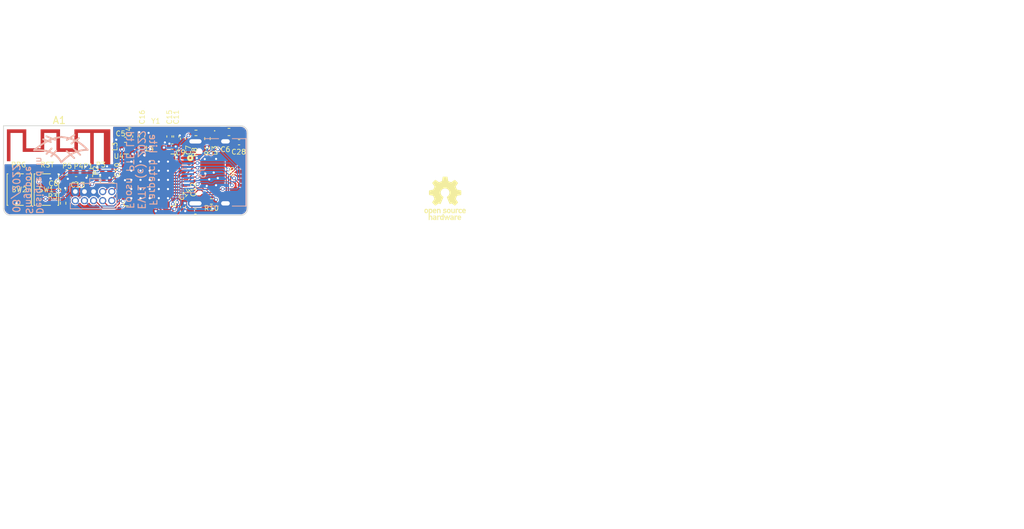
<source format=kicad_pcb>
(kicad_pcb (version 20211014) (generator pcbnew)
  (layers (0 "F.Cu" signal) (31 "B.Cu" signal) (34 "B.Paste" user) (35 "F.Paste" user) (36 "B.SilkS" user "B.Silkscreen") (37 "F.SilkS" user "F.Silkscreen") (38 "B.Mask" user) (39 "F.Mask" user) (44 "Edge.Cuts" user))
  (property "CONFIGURATIONPARAMETERS" "")
  (property "CONFIGURATORNAME" "")
  (property "DOCUMENTNUMBER" "21")
  (property "ISUSERCONFIGURABLE" "")
  (property "SHEETTOTAL" "21")
  (property "SPICEMODELCACHE" "")
  (property "VERSIONCONTROL_PROJFOLDERREVNUMBER" "")
  (property "VERSIONCONTROL_REVNUMBER" "")
  (net 0 "")
  (net 1 "GND")
  (net 2 "Net-(A1-Pad1)")
  (net 3 "VWIFI")
  (net 4 "/ESP32_EN")
  (net 5 "/BOOT_MODE")
  (net 6 "/ESP32_VDD3P3")
  (net 7 "Net-(C15-Pad2)")
  (net 8 "Net-(C16-Pad1)")
  (net 9 "Net-(D3-Pad1)")
  (net 10 "/SWDIO{slash}TMS")
  (net 11 "/SWCLK{slash}TCK")
  (net 12 "/SWO{slash}TDO")
  (net 13 "/UART_UTX")
  (net 14 "/TDI")
  (net 15 "/UART_URX")
  (net 16 "/NRESET")
  (net 17 "Net-(J3-PadA5)")
  (net 18 "/USB_DP")
  (net 19 "/USB_DN")
  (net 21 "Net-(J3-PadB5)")
  (net 23 "Net-(L4-Pad1)")
  (net 24 "Net-(P2-Pad2)")
  (net 25 "Net-(P4-Pad1)")
  (net 26 "/LED1_CTRL")
  (net 41 "/SPI_IO3")
  (net 42 "/SPI_IO2")
  (net 43 "/SPI_CS")
  (net 44 "/SPI_CLK")
  (net 45 "/SPI_IO1")
  (net 46 "/SPI_IO0")
  (net 61 "Net-(J3-PadA9)")
  (footprint "Capacitor_SMD:C_0402_1005Metric" (layer "F.Cu") (at 101.217868 110.954739 180)
    (fp_text reference "C12")
    (fp_text value "Cap 100nF 0402")
  )
  (footprint "Inductor_SMD:L_0402_1005Metric" (layer "F.Cu") (at 85.15 105.5)
    (fp_text reference "P4")
    (fp_text value "L 2.7 nH 0402")
  )
  (footprint "Capacitor_SMD:C_0402_1005Metric" (layer "F.Cu") (at 86.55 106 90)
    (fp_text reference "P1")
    (fp_text value "Cap 2.4pF 0402")
  )
  (footprint "Capacitor_SMD:C_0402_1005Metric" (layer "F.Cu") (at 83.3 105.5)
    (fp_text reference "P5")
    (fp_text value "Cap 3.9pF 0402")
  )
  (footprint "Capacitor_SMD:C_0402_1005Metric" (layer "F.Cu") (at 82.8 107.9 90)
    (fp_text reference "C8")
    (fp_text value "Cap 1uF 0402")
  )
  (footprint "Capacitor_SMD:C_0402_1005Metric" (layer "F.Cu") (at 107.3 101.3)
    (fp_text reference "C28")
    (fp_text value "Cap 100nF 0402")
  )
  (footprint "Capacitor_SMD:C_0402_1005Metric" (layer "F.Cu") (at 91.45 100.95 180)
    (fp_text reference "C5")
    (fp_text value "Cap 10nF 0402")
  )
  (footprint "Resistor_SMD:R_0402_1005Metric" (layer "F.Cu") (at 102.9 100.8 90)
    (fp_text reference "R1")
    (fp_text value "Res 200 0402")
  )
  (footprint "Capacitor_SMD:C_0402_1005Metric" (layer "F.Cu") (at 99.5 100.8 90)
    (fp_text reference "C7")
    (fp_text value "Cap 1uF 0402")
  )
  (footprint "Capacitor_SMD:C_0402_1005Metric" (layer "F.Cu") (at 97.6 100.5 90)
    (fp_text reference "C15")
    (fp_text value "Cap 12pF 0402")
  )
  (footprint "Capacitor_SMD:C_0402_1005Metric" (layer "F.Cu") (at 93.8 100.5 90)
    (fp_text reference "C16")
    (fp_text value "Cap 12pF 0402")
  )
  (footprint "Capacitor_SMD:C_0402_1005Metric" (layer "F.Cu") (at 98 101.9 180)
    (fp_text reference "C9")
    (fp_text value "Cap 100nF 0402")
  )
  (footprint "Inductor_SMD:L_0402_1005Metric" (layer "F.Cu") (at 93.3 101.9)
    (fp_text reference "L4")
    (fp_text value "L 20nH 0402")
  )
  (footprint "Capacitor_SMD:C_0402_1005Metric" (layer "F.Cu") (at 99.5 110.3 -90)
    (fp_text reference "C14")
    (fp_text value "Cap 100nF 0402")
  )
  (footprint "Farpatch-Lite:LED_0402_1005Metric" (layer "F.Cu") (at 103.9 100.8 -90)
    (fp_text reference "D3")
    (fp_text value "Red LED 0402")
  )
  (footprint "Capacitor_SMD:C_0402_1005Metric" (layer "F.Cu") (at 89.8 106.6 180)
    (fp_text reference "C10")
    (fp_text value "Cap 100nF 0402")
  )
  (footprint "Capacitor_SMD:C_0402_1005Metric" (layer "F.Cu") (at 98.55 100.5 90)
    (fp_text reference "C11")
    (fp_text value "Cap 100nF 0402")
  )
  (footprint "Resistor_SMD:R_0402_1005Metric" (layer "F.Cu") (at 103.45 109.55 180)
    (fp_text reference "R10")
    (fp_text value "R 5.1k 0402")
  )
  (footprint "Inductor_SMD:L_0402_1005Metric" (layer "F.Cu") (at 88.75 105.5)
    (fp_text reference "P3")
    (fp_text value "L 2.7 nH 0402")
  )
  (footprint "Resistor_SMD:R_0402_1005Metric" (layer "F.Cu") (at 101.3 100)
    (fp_text reference "R8")
    (fp_text value "R 5.1k 0402")
  )
  (footprint "Capacitor_SMD:C_0402_1005Metric" (layer "F.Cu") (at 92.85 100.5 90)
    (fp_text reference "C4")
    (fp_text value "Cap 1uF 0402")
  )
  (footprint "Capacitor_SMD:C_0603_1608Metric" (layer "F.Cu") (at 105.895885 99.869948 180)
    (fp_text reference "C6")
    (fp_text value "Cap 10uF 0603")
  )
  (footprint "Farpatch-Lite:Texas_SWRA117D_2.4GHz_Left" (layer "F.Cu") (at 86.82 104.655)
    (fp_text reference "A1")
    (fp_text value "Antenna Trace")
  )
  (footprint "Capacitor_SMD:C_0402_1005Metric" (layer "F.Cu") (at 84.6 106.45 180)
    (fp_text reference "C13")
    (fp_text value "Cap 1uF 0402")
  )
  (footprint "Crystal:Crystal_SMD_2016-4Pin_2.0x1.6mm" (layer "F.Cu") (at 95.69 100.61)
    (fp_text reference "Y1")
    (fp_text value "Crystal 40MHz 2016")
  )
  (footprint "Capacitor_SMD:C_0402_1005Metric" (layer "F.Cu") (at 87.95 106.45)
    (fp_text reference "P2")
    (fp_text value "Cap 3.9pF 0402")
  )
  (footprint "Farpatch-Lite:QFN-56-1EP_7x7mm_P0.4mm_EP5.6x5.6mm_ThermalVias" (layer "F.Cu") (at 94.85 106.55)
    (fp_text reference "U4")
    (fp_text value "ESP32-S3")
  )
  (footprint "Farpatch-Lite:WSON-8_8x6mm_P1.27mm" (layer "F.Cu") (at 103.6 105.4)
    (fp_text reference "U5")
    (fp_text value "Flash 256 Mbit SPI")
  )
  (footprint "Symbol:OSHW-Logo_5.7x6mm_SilkScreen" (layer "F.Cu") (at 135.986479 109.121534)
    (fp_text reference "LOGO2" hide)
    (fp_text value "Logo_Open_Hardware_Small" hide)
  )
  (footprint "Farpatch-Lite:SW_SPST_PTS810" (layer "F.Cu") (at 80.47 107.9 -90)
    (fp_text reference "SW1")
    (fp_text value "Pushbutton 4.2x3.2mm 250gf")
  )
  (footprint "Inductor_SMD:L_0402_1005Metric" (layer "F.Cu") (at 91.4 101.9 180)
    (fp_text reference "L3")
    (fp_text value "L 2.2nH 0402")
  )
  (footprint "Farpatch-Lite:SW_SPST_PTS810" (layer "F.Cu") (at 76.7 107.9 90)
    (fp_text reference "SW2")
    (fp_text value "Pushbutton 4.2x3.2mm 250gf")
  )
  (footprint "Resistor_SMD:R_0402_1005Metric" (layer "F.Cu") (at 82.8 109.8 -90)
    (fp_text reference "R3")
    (fp_text value "Res 20k 0402")
  )
  (footprint "Connector_PinHeader_1.27mm:PinHeader_2x05_P1.27mm_Vertical" (layer "B.Cu") (at 84.5 108.175 -90)
    (fp_text reference "J2" hide)
    (fp_text value "SWD Connector")
  )
  (footprint "Farpatch-Lite:Farpatch Logo" (layer "B.Cu") (at 82.7 102.15 180)
    (fp_text reference "LOGO1" hide)
    (fp_text value "Farpatch Logo" hide)
  )
  (footprint "Farpatch-Lite:USB_C_Receptacle_HRO_TYPE-C-31-M-12" (layer "B.Cu") (at 104.355 105.5 -90)
    (fp_text reference "J3")
    (fp_text value "USB-C Receptacle (USB2.0)")
  )
  (gr_arc (start 107.5 99) (mid 108.207107 99.292893) (end 108.5 100) (layer "Edge.Cuts") (width 0.1))
  (gr_line (start 108.5 110.5) (end 108.5 100) (layer "Edge.Cuts") (width 0.1))
  (gr_line (start 107.5 99) (end 74.5 99) (layer "Edge.Cuts") (width 0.1))
  (gr_line (start 75.5 111.5) (end 107.5 111.5) (layer "Edge.Cuts") (width 0.1))
  (gr_arc (start 75.5 111.5) (mid 74.792893 111.207107) (end 74.5 110.5) (layer "Edge.Cuts") (width 0.1))
  (gr_arc (start 108.5 110.5) (mid 108.207107 111.207107) (end 107.5 111.5) (layer "Edge.Cuts") (width 0.1))
  (gr_line (start 74.5 110.5) (end 74.5 99) (layer "Edge.Cuts") (width 0.1))
  (gr_text "Designed in\nSingapore" (at 78.8 111.4 270) (layer "B.SilkS") (effects (font (size 0.9 0.9)) (justify left mirror)))
  (gr_text "08/2022" (at 76.25 107.75 270) (layer "B.SilkS") (effects (font (size 1 1)) (justify mirror)))
  (gr_text "Farpatch Lite\nEVT1 (c) 2022\nFoosn PTE Ltd" (at 93.7 105.15 270) (layer "B.SilkS") (effects (font (size 1 1)) (justify mirror)))
  (gr_text "PRG" (at 76.6 104.45) (layer "F.SilkS") (effects (font (size 0.7 0.7) (thickness 0.1))))
  (gr_text "RST" (at 80.6 104.45) (layer "F.SilkS") (effects (font (size 0.7 0.7) (thickness 0.1))))
  (segment (start 90.92 100.676599) (end 90.473401 100.676599) (width 0.152) (layer "F.Cu") (net 1))
  (segment (start 100.737868 110.954739) (end 100.737868 110.307132) (width 0.152) (layer "F.Cu") (net 1))
  (segment (start 99.663 107.305) (end 100.622458 107.305) (width 0.15) (layer "F.Cu") (net 1))
  (segment (start 92.85 100.02) (end 93.28 100.02) (width 0.3) (layer "F.Cu") (net 1))
  (segment (start 93.4 99.9) (end 93.68 99.9) (width 0.152) (layer "F.Cu") (net 1))
  (segment (start 76.125 109.975) (end 76.3 109.8) (width 0.152) (layer "F.Cu") (net 1))
  (segment (start 101.303455 106.624003) (end 102.375997 106.624003) (width 0.15) (layer "F.Cu") (net 1))
  (segment (start 93.28 100.02) (end 93.4 99.9) (width 0.3) (layer "F.Cu") (net 1))
  (segment (start 93.85 103.1125) (end 94.25 103.1125) (width 0.152) (layer "F.Cu") (net 1))
  (segment (start 100.622458 107.305) (end 101.303455 106.624003) (width 0.15) (layer "F.Cu") (net 1))
  (segment (start 101.225 109.82) (end 102.67 109.82) (width 0.152) (layer "F.Cu") (net 1))
  (segment (start 100.737868 110.307132) (end 101.225 109.82) (width 0.152) (layer "F.Cu") (net 1))
  (segment (start 91.4125 106.35) (end 91.4125 106.75) (width 0.152) (layer "F.Cu") (net 1))
  (segment (start 96.39 101.16) (end 96.8 101.16) (width 0.3) (layer "F.Cu") (net 1))
  (segment (start 92.88 99.9) (end 93.4 99.9) (width 0.152) (layer "F.Cu") (net 1))
  (segment (start 96.8 101.16) (end 96.97 101.33) (width 0.3) (layer "F.Cu") (net 1))
  (segment (start 87.95 105.815) (end 87.95 105.85) (width 0.152) (layer "F.Cu") (net 1))
  (segment (start 97.6 100.92) (end 98.5 100.02) (width 0.152) (layer "F.Cu") (net 1))
  (segment (start 88.265 105.5) (end 88.265 105.465) (width 0.3) (layer "F.Cu") (net 1))
  (segment (start 89.32 106.6) (end 89.32 106.32) (width 0.3) (layer "F.Cu") (net 1))
  (segment (start 88.265 105.465) (end 87.55 104.75) (width 0.3) (layer "F.Cu") (net 1))
  (segment (start 98.8 100.32) (end 98.5 100.02) (width 0.152) (layer "F.Cu") (net 1))
  (segment (start 84.12 106.45) (end 83.5 106.45) (width 0.3) (layer "F.Cu") (net 1))
  (segment (start 99.5 110.78) (end 100.563129 110.78) (width 0.3) (layer "F.Cu") (net 1))
  (segment (start 86.061 106.239) (end 86.05 106.25) (width 0.152) (layer "F.Cu") (net 1))
  (segment (start 90.473401 100.676599) (end 90.2 100.95) (width 0.152) (layer "F.Cu") (net 1))
  (segment (start 101.036271 106.663729) (end 101.263729 106.663729) (width 0.3) (layer "F.Cu") (net 1))
  (segment (start 82.175 105.825) (end 82.2 105.8) (width 0.152) (layer "F.Cu") (net 1))
  (segment (start 99.663 107.305) (end 100.395 107.305) (width 0.3) (layer "F.Cu") (net 1))
  (segment (start 89.32 106.32) (end 89.25 106.25) (width 0.3) (layer "F.Cu") (net 1))
  (segment (start 97.6 100.98) (end 97.6 101.82) (width 0.152) (layer "F.Cu") (net 1))
  (segment (start 101.225 101.18) (end 101.225 100.585) (width 0.152) (layer "F.Cu") (net 1))
  (segment (start 100.395 107.305) (end 101.036271 106.663729) (width 0.3) (layer "F.Cu") (net 1))
  (segment (start 105.405 101.18) (end 106.7 101.18) (width 0.152) (layer "F.Cu") (net 1))
  (segment (start 101.225 100.585) (end 101.81 100) (width 0.152) (layer "F.Cu") (net 1))
  (segment (start 102.67 109.82) (end 102.94 109.55) (width 0.152) (layer "F.Cu") (net 1))
  (segment (start 100.563129 110.78) (end 100.737868 110.954739) (width 0.3) (layer "F.Cu") (net 1))
  (segment (start 105.405 101.18) (end 105.405 100.154063) (width 0.152) (layer "F.Cu") (net 1))
  (segment (start 99.5 100.32) (end 98.8 100.32) (width 0.152) (layer "F.Cu") (net 1))
  (segment (start 81.545 105.825) (end 82.175 105.825) (width 0.152) (layer "F.Cu") (net 1))
  (segment (start 86.65 106.239) (end 86.061 106.239) (width 0.152) (layer "F.Cu") (net 1))
  (segment (start 82.82 105.5) (end 82.5 105.5) (width 0.3) (layer "F.Cu") (net 1))
  (segment (start 97.6 101.82) (end 97.6 101.5) (width 0.152) (layer "F.Cu") (net 1))
  (segment (start 83.5 106.45) (end 83.45 106.4) (width 0.3) (layer "F.Cu") (net 1))
  (segment (start 93.82 100) (end 94.7 100) (width 0.152) (layer "F.Cu") (net 1))
  (segment (start 75.625 109.975) (end 76.125 109.975) (width 0.152) (layer "F.Cu") (net 1))
  (segment (start 82.5 105.5) (end 82.2 105.8) (width 0.3) (layer "F.Cu") (net 1))
  (segment (start 88.265 105.5) (end 87.95 105.815) (width 0.152) (layer "F.Cu") (net 1))
  (via (at 99.8 110.9) (size 0.5) (drill 0.3) (layers "F.Cu" "B.Cu") (net 1))
  (via (at 96.97 101.33) (size 0.5) (drill 0.3) (layers "F.Cu" "B.Cu") (net 1))
  (via (at 76.3 109.8) (size 0.5) (drill 0.3) (layers "F.Cu" "B.Cu") (net 1))
  (via (at 90.2 100.95) (size 0.5) (drill 0.3) (layers "F.Cu" "B.Cu") (net 1))
  (via (at 93.4 99.9) (size 0.5) (drill 0.3) (layers "F.Cu" "B.Cu") (net 1))
  (via (at 103.148033 106.475831) (size 0.5) (drill 0.3) (layers "F.Cu" "B.Cu") (net 1))
  (via (at 97.6 101.5) (size 0.5) (drill 0.3) (layers "F.Cu" "B.Cu") (net 1))
  (via (at 83.1 107.7) (size 0.5) (drill 0.3) (layers "F.Cu" "B.Cu") (net 1))
  (via (at 87.55 104.75) (size 0.5) (drill 0.3) (layers "F.Cu" "B.Cu") (net 1))
  (via (at 86.05 106.25) (size 0.5) (drill 0.3) (layers "F.Cu" "B.Cu") (net 1))
  (via (at 87.95 105.85) (size 0.5) (drill 0.3) (layers "F.Cu" "B.Cu") (net 1))
  (via (at 91.4125 106.5875) (size 0.5) (drill 0.3) (layers "F.Cu" "B.Cu") (net 1))
  (via (at 83.45 106.4) (size 0.5) (drill 0.3) (layers "F.Cu" "B.Cu") (net 1))
  (via (at 82.2 105.8) (size 0.5) (drill 0.3) (layers "F.Cu" "B.Cu") (net 1))
  (via (at 104.1 107.3) (size 0.5) (drill 0.3) (layers "F.Cu" "B.Cu") (net 1))
  (via (at 85.9 104.7) (size 0.5) (drill 0.3) (layers "F.Cu" "B.Cu") (net 1))
  (via (at 102.609487 105.672287) (size 0.5) (drill 0.3) (layers "F.Cu" "B.Cu") (net 1))
  (via (at 102.52358 103.64808) (size 0.5) (drill 0.3) (layers "F.Cu" "B.Cu") (net 1))
  (via (at 99.05 100.35) (size 0.5) (drill 0.3) (layers "F.Cu" "B.Cu") (net 1))
  (via (at 102.8 107.4) (size 0.5) (drill 0.3) (layers "F.Cu" "B.Cu") (net 1))
  (via (at 81.05 106.35) (size 0.5) (drill 0.3) (layers "F.Cu" "B.Cu") (net 1))
  (via (at 104.342493 106.301452) (size 0.5) (drill 0.3) (layers "F.Cu" "B.Cu") (net 1))
  (via (at 89.25 106.25) (size 0.5) (drill 0.3) (layers "F.Cu" "B.Cu") (net 1))
  (via (at 94.0875 103.1125) (size 0.5) (drill 0.3) (layers "F.Cu" "B.Cu") (net 1))
  (via (at 104.1 103.6245) (size 0.5) (drill 0.3) (layers "F.Cu" "B.Cu") (net 1))
  (via (at 94.7 100) (size 0.5) (drill 0.3) (layers "F.Cu" "B.Cu") (net 1))
  (via (at 103.769527 105.526831) (size 0.5) (drill 0.3) (layers "F.Cu" "B.Cu") (net 1))
  (segment (start 85.95 104.75) (end 85.9 104.7) (width 0.3) (layer "B.Cu") (net 1))
  (segment (start 87.55 104.75) (end 85.95 104.75) (width 0.3) (layer "B.Cu") (net 1))
  (segment (start 86.53 105.5) (end 85.635 105.5) (width 0.3) (layer "F.Cu") (net 2))
  (segment (start 86.82 105.25) (end 86.55 105.52) (width 0.3) (layer "F.Cu") (net 2))
  (segment (start 86.55 105.52) (end 86.83 105.8) (width 0.3) (layer "F.Cu") (net 2))
  (segment (start 86.82 104.655) (end 86.82 105.25) (width 0.3) (layer "F.Cu") (net 2))
  (segment (start 86.83 105.8) (end 86.83 105.81) (width 0.3) (layer "F.Cu") (net 2))
  (segment (start 86.83 105.81) (end 87.47 106.45) (width 0.3) (layer "F.Cu") (net 2))
  (segment (start 96.780025 102.05) (end 96.25 102.580025) (width 0.3) (layer "F.Cu") (net 3))
  (segment (start 94.25 110.519975) (end 94.630025 110.9) (width 0.3) (layer "F.Cu") (net 3))
  (segment (start 92.85 100.98) (end 91.96 100.98) (width 0.3) (layer "F.Cu") (net 3))
  (segment (start 99.2 104) (end 100.056534 104) (width 0.152) (layer "F.Cu") (net 3))
  (segment (start 96.8405 102.05) (end 96.780025 102.05) (width 0.3) (layer "F.Cu") (net 3))
  (segment (start 102.155 111.045) (end 103.485 111.045) (width 0.152) (layer "F.Cu") (net 3))
  (segment (start 96.25 102.684677) (end 95.840823 102.2755) (width 0.152) (layer "F.Cu") (net 3))
  (segment (start 103.195523 101.989477) (end 102.839477 101.989477) (width 0.152) (layer "F.Cu") (net 3))
  (segment (start 96.25 103.1125) (end 96.25 102.684677) (width 0.152) (layer "F.Cu") (net 3))
  (segment (start 94.630025 110.9) (end 95.7 110.9) (width 0.3) (layer "F.Cu") (net 3))
  (segment (start 107.9 101.28) (end 107.9 102.474) (width 0.152) (layer "F.Cu") (net 3))
  (segment (start 101.895 110.785) (end 102.155 111.045) (width 0.152) (layer "F.Cu") (net 3))
  (segment (start 94.25 109.9875) (end 94.25 110.519975) (width 0.3) (layer "F.Cu") (net 3))
  (segment (start 107.9 102.474) (end 107.537 102.837) (width 0.152) (layer "F.Cu") (net 3))
  (segment (start 98.845409 109.15) (end 98.2875 109.15) (width 0.152) (layer "F.Cu") (net 3))
  (segment (start 100.559088 103.497446) (end 101.421114 103.497446) (width 0.152) (layer "F.Cu") (net 3))
  (segment (start 99.5 109.804591) (end 98.845409 109.15) (width 0.152) (layer "F.Cu") (net 3))
  (segment (start 103.485 111.045) (end 103.65 110.88) (width 0.152) (layer "F.Cu") (net 3))
  (segment (start 100.056534 104) (end 100.559088 103.497446) (width 0.152) (layer "F.Cu") (net 3))
  (segment (start 96.25 102.580025) (end 96.25 103.1125) (width 0.3) (layer "F.Cu") (net 3))
  (segment (start 95.840823 102.2755) (end 94.95 102.2755) (width 0.152) (layer "F.Cu") (net 3))
  (segment (start 107.537 103.495) (end 107.537 102.837) (width 0.15) (layer "F.Cu") (net 3))
  (segment (start 103.9 101.285) (end 103.195523 101.989477) (width 0.152) (layer "F.Cu") (net 3))
  (segment (start 106.670885 100.190885) (end 107.78 101.3) (width 0.152) (layer "F.Cu") (net 3))
  (segment (start 103.65 110.88) (end 103.65 110.55) (width 0.152) (layer "F.Cu") (net 3))
  (segment (start 98.6 103.4) (end 99.2 104) (width 0.152) (layer "F.Cu") (net 3))
  (via (at 94.95 102.2755) (size 0.5) (drill 0.3) (layers "F.Cu" "B.Cu") (net 3))
  (via (at 99.756074 109.8) (size 0.5) (drill 0.3) (layers "F.Cu" "B.Cu") (net 3))
  (via (at 95.7 110.9) (size 0.5) (drill 0.3) (layers "F.Cu" "B.Cu") (net 3))
  (via (at 98.6 103.4) (size 0.5) (drill 0.3) (layers "F.Cu" "B.Cu") (net 3))
  (via (at 102.839477 101.989477) (size 0.5) (drill 0.3) (layers "F.Cu" "B.Cu") (net 3))
  (via (at 103.4 102.85) (size 0.5) (drill 0.3) (layers "F.Cu" "B.Cu") (net 3))
  (via (at 103.65 110.55) (size 0.5) (drill 0.3) (layers "F.Cu" "B.Cu") (net 3))
  (via (at 101.421114 103.497446) (size 0.5) (drill 0.3) (layers "F.Cu" "B.Cu") (net 3))
  (via (at 96.8405 102.05) (size 0.5) (drill 0.3) (layers "F.Cu" "B.Cu") (net 3))
  (via (at 92.46875 102.93125) (size 0.5) (drill 0.3) (layers "F.Cu" "B.Cu") (net 3))
  (via (at 98.48 101.9) (size 0.5) (drill 0.3) (layers "F.Cu" "B.Cu") (net 3))
  (segment (start 99.756074 110.032445) (end 100.343629 110.62) (width 0.3) (layer "B.Cu") (net 3))
  (segment (start 98.48 101.9) (end 98.33 102.05) (width 0.3) (layer "B.Cu") (net 3))
  (segment (start 93.1245 102.2755) (end 92.46875 102.93125) (width 0.3) (layer "B.Cu") (net 3))
  (segment (start 102.573504 102.673504) (end 102.839477 102.407531) (width 0.3) (layer "B.Cu") (net 3))
  (segment (start 98.6 102.02) (end 98.48 101.9) (width 0.3) (layer "B.Cu") (net 3))
  (segment (start 97.4 110.9) (end 97.7 111.2) (width 0.3) (layer "B.Cu") (net 3))
  (segment (start 97.7 111.2) (end 98.5 111.2) (width 0.3) (layer "B.Cu") (net 3))
  (segment (start 98.33 102.05) (end 96.8405 102.05) (width 0.3) (layer "B.Cu") (net 3))
  (segment (start 101.749562 103.497446) (end 102.573504 102.673504) (width 0.3) (layer "B.Cu") (net 3))
  (segment (start 98.5 111.2) (end 99.756074 109.943926) (width 0.3) (layer "B.Cu") (net 3))
  (segment (start 95.7 110.9) (end 97.4 110.9) (width 0.3) (layer "B.Cu") (net 3))
  (segment (start 102.839477 102.407531) (end 102.839477 101.989477) (width 0.3) (layer "B.Cu") (net 3))
  (segment (start 102.573504 102.673504) (end 102.75 102.85) (width 0.3) (layer "B.Cu") (net 3))
  (segment (start 98.6 103.4) (end 98.6 102.02) (width 0.3) (layer "B.Cu") (net 3))
  (segment (start 99.756074 109.8) (end 99.756074 110.032445) (width 0.3) (layer "B.Cu") (net 3))
  (segment (start 99.756074 109.943926) (end 99.756074 109.8) (width 0.3) (layer "B.Cu") (net 3))
  (segment (start 100.343629 110.62) (end 103.58 110.62) (width 0.3) (layer "B.Cu") (net 3))
  (segment (start 94.95 102.2755) (end 93.1245 102.2755) (width 0.3) (layer "B.Cu") (net 3))
  (segment (start 102.75 102.85) (end 103.4 102.85) (width 0.3) (layer "B.Cu") (net 3))
  (segment (start 101.421114 103.497446) (end 101.749562 103.497446) (width 0.3) (layer "B.Cu") (net 3))
  (segment (start 99.756074 109.8) (end 99.756074 109.983615) (width 0.152) (layer "B.Cu") (net 3))
  (segment (start 103.58 110.62) (end 103.65 110.55) (width 0.3) (layer "B.Cu") (net 3))
  (segment (start 82.8 108.38) (end 82.47 108.05) (width 0.152) (layer "F.Cu") (net 4))
  (segment (start 79.4 106.8) (end 79.4 105.83) (width 0.152) (layer "F.Cu") (net 4))
  (segment (start 82.47 108.05) (end 82.15 108.05) (width 0.152) (layer "F.Cu") (net 4))
  (segment (start 90.683735 105.15) (end 90.627859 105.205876) (width 0.152) (layer "F.Cu") (net 4))
  (segment (start 82.8 108.38) (end 82.8 109.29) (width 0.152) (layer "F.Cu") (net 4))
  (segment (start 82.05 107.63) (end 82.05 106.75) (width 0.152) (layer "F.Cu") (net 4))
  (segment (start 82.8 108.38) (end 82.05 107.63) (width 0.152) (layer "F.Cu") (net 4))
  (segment (start 91.4125 105.15) (end 90.683735 105.15) (width 0.152) (layer "F.Cu") (net 4))
  (via (at 82.05 106.75) (size 0.5) (drill 0.3) (layers "F.Cu" "B.Cu") (net 4))
  (via (at 79.4 106.8) (size 0.5) (drill 0.3) (layers "F.Cu" "B.Cu") (net 4))
  (via (at 82.15 108.05) (size 0.5) (drill 0.3) (layers "F.Cu" "B.Cu") (net 4))
  (via (at 90.627859 105.205876) (size 0.5) (drill 0.3) (layers "F.Cu" "B.Cu") (net 4))
  (segment (start 80.45 108.05) (end 82.15 108.05) (width 0.152) (layer "B.Cu") (net 4))
  (segment (start 79.4 107) (end 80.45 108.05) (width 0.152) (layer "B.Cu") (net 4))
  (segment (start 79.4 106.8) (end 79.4 107) (width 0.152) (layer "B.Cu") (net 4))
  (segment (start 83.3745 105.4255) (end 82.05 106.75) (width 0.152) (layer "B.Cu") (net 4))
  (segment (start 87.916583 105.205876) (end 87.696959 105.4255) (width 0.152) (layer "B.Cu") (net 4))
  (segment (start 87.696959 105.4255) (end 83.3745 105.4255) (width 0.152) (layer "B.Cu") (net 4))
  (segment (start 90.627859 105.205876) (end 87.916583 105.205876) (width 0.152) (layer "B.Cu") (net 4))
  (segment (start 91.4125 105.55) (end 90.956004 105.55) (width 0.152) (layer "F.Cu") (net 5))
  (segment (start 86.7 107.3) (end 86.85 107.15) (width 0.152) (layer "F.Cu") (net 5))
  (segment (start 85.35 107.3) (end 86.7 107.3) (width 0.152) (layer "F.Cu") (net 5))
  (segment (start 90.956004 105.55) (end 90.706004 105.8) (width 0.152) (layer "F.Cu") (net 5))
  (segment (start 77.775 109.975) (end 78.55 109.2) (width 0.152) (layer "F.Cu") (net 5))
  (segment (start 90.706004 105.8) (end 90.418592 105.8) (width 0.152) (layer "F.Cu") (net 5))
  (segment (start 78.55 109.2) (end 80.35 109.2) (width 0.152) (layer "F.Cu") (net 5))
  (segment (start 90.418592 105.8) (end 90.393092 105.8255) (width 0.152) (layer "F.Cu") (net 5))
  (via (at 85.35 107.3) (size 0.5) (drill 0.3) (layers "F.Cu" "B.Cu") (net 5))
  (via (at 90.393092 105.8255) (size 0.5) (drill 0.3) (layers "F.Cu" "B.Cu") (net 5))
  (via (at 80.35 109.2) (size 0.5) (drill 0.3) (layers "F.Cu" "B.Cu") (net 5))
  (via (at 86.85 107.15) (size 0.5) (drill 0.3) (layers "F.Cu" "B.Cu") (net 5))
  (segment (start 85.35 107.3) (end 84.05 107.3) (width 0.152) (layer "B.Cu") (net 5))
  (segment (start 82.7095 109.2) (end 80.35 109.2) (width 0.152) (layer "B.Cu") (net 5))
  (segment (start 84.05 107.3) (end 83.7 107.65) (width 0.152) (layer "B.Cu") (net 5))
  (segment (start 83.7 107.65) (end 83.7 108.2095) (width 0.152) (layer "B.Cu") (net 5))
  (segment (start 87.25 106.75) (end 86.85 107.15) (width 0.152) (layer "B.Cu") (net 5))
  (segment (start 90.393092 105.8255) (end 89.468592 106.75) (width 0.152) (layer "B.Cu") (net 5))
  (segment (start 83.7 108.2095) (end 82.7095 109.2) (width 0.152) (layer "B.Cu") (net 5))
  (segment (start 89.468592 106.75) (end 87.25 106.75) (width 0.152) (layer "B.Cu") (net 5))
  (segment (start 90.28 106.6) (end 89.875 106.195) (width 0.152) (layer "F.Cu") (net 6))
  (segment (start 89.8 106.22) (end 89.98 106.4) (width 0.152) (layer "F.Cu") (net 6))
  (segment (start 90.334677 106.6) (end 90.984677 105.95) (width 0.152) (layer "F.Cu") (net 6))
  (segment (start 90.8125 104.5125) (end 90.648776 104.5125) (width 0.152) (layer "F.Cu") (net 6))
  (segment (start 91.4125 104.5125) (end 91.4125 104.75) (width 0.152) (layer "F.Cu") (net 6))
  (segment (start 90.915 102.215) (end 91 102.3) (width 0.152) (layer "F.Cu") (net 6))
  (segment (start 89.875 106.195) (end 89.875 105.625) (width 0.152) (layer "F.Cu") (net 6))
  (segment (start 91.375 104.55) (end 90.85 104.55) (width 0.3) (layer "F.Cu") (net 6))
  (segment (start 91.4125 104.35) (end 91.4125 104.5125) (width 0.152) (layer "F.Cu") (net 6))
  (segment (start 90.1 105.4) (end 89.875 105.625) (width 0.152) (layer "F.Cu") (net 6))
  (segment (start 90.984677 105.95) (end 91.4125 105.95) (width 0.152) (layer "F.Cu") (net 6))
  (segment (start 90.85 104.55) (end 90.8125 104.5125) (width 0.3) (layer "F.Cu") (net 6))
  (segment (start 90.915 101.9) (end 90.915 102.215) (width 0.152) (layer "F.Cu") (net 6))
  (segment (start 90.1 105.061276) (end 90.648776 104.5125) (width 0.152) (layer "F.Cu") (net 6))
  (segment (start 90.1 105.061276) (end 90.1 105.4) (width 0.152) (layer "F.Cu") (net 6))
  (segment (start 89.8 105.7) (end 89.8 106.22) (width 0.152) (layer "F.Cu") (net 6))
  (segment (start 89.875 105.625) (end 89.8 105.7) (width 0.152) (layer "F.Cu") (net 6))
  (segment (start 91.4125 104.5125) (end 91.375 104.55) (width 0.152) (layer "F.Cu") (net 6))
  (via (at 91 102.3) (size 0.5) (drill 0.3) (layers "F.Cu" "B.Cu") (net 6))
  (via (at 90.8125 104.5125) (size 0.5) (drill 0.3) (layers "F.Cu" "B.Cu") (net 6))
  (segment (start 91 104.325) (end 90.8125 104.5125) (width 0.3) (layer "B.Cu") (net 6))
  (segment (start 91 102.3) (end 91 104.325) (width 0.3) (layer "B.Cu") (net 6))
  (segment (start 94.305 102.22) (end 94.305 102.226795) (width 0.15) (layer "F.Cu") (net 7))
  (segment (start 95.52 101.8) (end 94.725 101.8) (width 0.15) (layer "F.Cu") (net 7))
  (segment (start 95.68 100.9) (end 95.68 101.64) (width 0.15) (layer "F.Cu") (net 7))
  (segment (start 95.68 101.64) (end 95.52 101.8) (width 0.15) (layer "F.Cu") (net 7))
  (segment (start 97.58 100.18) (end 96.51 100.18) (width 0.15) (layer "F.Cu") (net 7))
  (segment (start 93.686091 102.45) (end 93.45 102.686091) (width 0.15) (layer "F.Cu") (net 7))
  (segment (start 93.45 102.686091) (end 93.45 103.1125) (width 0.15) (layer "F.Cu") (net 7))
  (segment (start 95.68 100.55) (end 95.68 100.9) (width 0.152) (layer "F.Cu") (net 7))
  (segment (start 94.725 101.8) (end 94.305 102.22) (width 0.15) (layer "F.Cu") (net 7))
  (segment (start 94.305 102.226795) (end 94.081795 102.45) (width 0.15) (layer "F.Cu") (net 7))
  (segment (start 96.17 100.06) (end 95.68 100.55) (width 0.152) (layer "F.Cu") (net 7))
  (segment (start 94.081795 102.45) (end 93.686091 102.45) (width 0.15) (layer "F.Cu") (net 7))
  (segment (start 94.2 101.9) (end 94.94 101.16) (width 0.15) (layer "F.Cu") (net 8))
  (segment (start 94.99 101.16) (end 93.98 101.16) (width 0.15) (layer "F.Cu") (net 8))
  (segment (start 93.735 101.9) (end 94.2 101.9) (width 0.15) (layer "F.Cu") (net 8))
  (segment (start 103.9 100.315) (end 102.925 100.315) (width 0.152) (layer "F.Cu") (net 9))
  (segment (start 92.25 109.9875) (end 91.199379 109.9875) (width 0.152) (layer "F.Cu") (net 10))
  (segment (start 91.199379 109.9875) (end 91.040141 110.146738) (width 0.152) (layer "F.Cu") (net 10))
  (via (at 91.040141 110.146738) (size 0.5) (drill 0.3) (layers "F.Cu" "B.Cu") (net 10))
  (segment (start 90.686879 110.5) (end 91.040141 110.146738) (width 0.152) (layer "B.Cu") (net 10))
  (segment (start 84.5 109.445) (end 85.555 110.5) (width 0.152) (layer "B.Cu") (net 10))
  (segment (start 85.555 110.5) (end 90.686879 110.5) (width 0.152) (layer "B.Cu") (net 10))
  (segment (start 91.1 109.4625) (end 91.1 109.5) (width 0.152) (layer "F.Cu") (net 11))
  (segment (start 91.4125 109.15) (end 91.1 109.4625) (width 0.152) (layer "F.Cu") (net 11))
  (via (at 91.1 109.5) (size 0.5) (drill 0.3) (layers "F.Cu" "B.Cu") (net 11))
  (segment (start 90.573613 109.5) (end 91.1 109.5) (width 0.152) (layer "B.Cu") (net 11))
  (segment (start 89.875114 110.198499) (end 90.573613 109.5) (width 0.152) (layer "B.Cu") (net 11))
  (segment (start 86.523499 110.198499) (end 89.875114 110.198499) (width 0.152) (layer "B.Cu") (net 11))
  (segment (start 85.77 109.445) (end 86.523499 110.198499) (width 0.152) (layer "B.Cu") (net 11))
  (segment (start 89.977541 110.5) (end 88.3225 110.5) (width 0.152) (layer "F.Cu") (net 12))
  (segment (start 90.6245 109.110177) (end 90.6245 109.853041) (width 0.152) (layer "F.Cu") (net 12))
  (segment (start 90.6245 109.853041) (end 89.977541 110.5) (width 0.152) (layer "F.Cu") (net 12))
  (segment (start 91.4125 108.75) (end 90.984677 108.75) (width 0.152) (layer "F.Cu") (net 12))
  (segment (start 88.3225 110.5) (end 87.2675 109.445) (width 0.152) (layer "F.Cu") (net 12))
  (segment (start 90.984677 108.75) (end 90.6245 109.110177) (width 0.152) (layer "F.Cu") (net 12))
  (segment (start 89.572459 107.15) (end 88.547459 108.175) (width 0.152) (layer "F.Cu") (net 13))
  (segment (start 91.4125 107.15) (end 89.572459 107.15) (width 0.152) (layer "F.Cu") (net 13))
  (segment (start 91.4125 108.35) (end 90.958291 108.35) (width 0.152) (layer "F.Cu") (net 14))
  (segment (start 89.036 110.171) (end 88.31 109.445) (width 0.152) (layer "F.Cu") (net 14))
  (segment (start 90.322999 109.728156) (end 89.880155 110.171) (width 0.152) (layer "F.Cu") (net 14))
  (segment (start 89.880155 110.171) (end 89.036 110.171) (width 0.152) (layer "F.Cu") (net 14))
  (segment (start 90.958291 108.35) (end 90.322999 108.985292) (width 0.152) (layer "F.Cu") (net 14))
  (segment (start 90.322999 108.985292) (end 90.322999 109.728156) (width 0.152) (layer "F.Cu") (net 14))
  (segment (start 90.205 107.55) (end 89.58 108.175) (width 0.152) (layer "F.Cu") (net 15))
  (segment (start 91.4125 107.55) (end 90.205 107.55) (width 0.152) (layer "F.Cu") (net 15))
  (segment (start 90.897228 107.95) (end 89.58 109.267228) (width 0.152) (layer "F.Cu") (net 16))
  (segment (start 91.4125 107.95) (end 90.897228 107.95) (width 0.152) (layer "F.Cu") (net 16))
  (segment (start 100.6 100) (end 100.25 100.35) (width 0.152) (layer "F.Cu") (net 17))
  (via (at 100.25 100.35) (size 0.5) (drill 0.3) (layers "F.Cu" "B.Cu") (net 17))
  (segment (start 99.0755 101.5245) (end 100.25 100.35) (width 0.152) (layer "B.Cu") (net 17))
  (segment (start 100.31 104.25) (end 99.433 104.25) (width 0.152) (layer "B.Cu") (net 17))
  (segment (start 99.0755 103.8925) (end 99.0755 101.5245) (width 0.152) (layer "B.Cu") (net 17))
  (segment (start 99.433 104.25) (end 99.0755 103.8925) (width 0.152) (layer "B.Cu") (net 17))
  (segment (start 97.798868 110.417621) (end 98.0755 110.140989) (width 0.2) (layer "F.Cu") (net 18))
  (segment (start 97.6936 110.7) (end 97.798868 110.594732) (width 0.2) (layer "F.Cu") (net 18))
  (segment (start 96.65 109.9875) (end 96.65 110.449264) (width 0.2) (layer "F.Cu") (net 18))
  (segment (start 96.900736 110.7) (end 97.6936 110.7) (width 0.2) (layer "F.Cu") (net 18))
  (segment (start 97.798868 110.594732) (end 97.798868 110.417621) (width 0.2) (layer "F.Cu") (net 18))
  (segment (start 96.65 110.449264) (end 96.900736 110.7) (width 0.2) (layer "F.Cu") (net 18))
  (segment (start 98.0755 110.140989) (end 98.0755 109.903187) (width 0.2) (layer "F.Cu") (net 18))
  (via (at 98.0755 109.903187) (size 0.5) (drill 0.3) (layers "F.Cu" "B.Cu") (net 18))
  (segment (start 99.45 105.25) (end 98.755998 105.944002) (width 0.152) (layer "B.Cu") (net 18))
  (segment (start 98.321334 110.149021) (end 98.950979 110.149021) (width 0.152) (layer "B.Cu") (net 18))
  (segment (start 98.950979 110.149021) (end 99.204503 109.895497) (width 0.152) (layer "B.Cu") (net 18))
  (segment (start 100.31 105.25) (end 99.45 105.25) (width 0.152) (layer "B.Cu") (net 18))
  (segment (start 99.359 109.164036) (end 99.359 106.324) (width 0.152) (layer "B.Cu") (net 18))
  (segment (start 99.359 106.324) (end 99.433 106.25) (width 0.152) (layer "B.Cu") (net 18))
  (segment (start 98.755998 105.944002) (end 98.755998 108.914265) (width 0.152) (layer "B.Cu") (net 18))
  (segment (start 99.433 106.25) (end 100.31 106.25) (width 0.152) (layer "B.Cu") (net 18))
  (segment (start 98.755998 108.914265) (end 98.0755 109.594764) (width 0.152) (layer "B.Cu") (net 18))
  (segment (start 99.204503 109.318533) (end 99.359 109.164036) (width 0.152) (layer "B.Cu") (net 18))
  (segment (start 98.0755 109.903187) (end 98.321334 110.149021) (width 0.152) (layer "B.Cu") (net 18))
  (segment (start 99.204503 109.895497) (end 99.204503 109.318533) (width 0.152) (layer "B.Cu") (net 18))
  (segment (start 98.296813 110.1245) (end 98.0755 109.903187) (width 0.152) (layer "B.Cu") (net 18))
  (segment (start 98.0755 109.594764) (end 98.0755 109.903187) (width 0.152) (layer "B.Cu") (net 18))
  (segment (start 97.9 111.05) (end 98.682129 110.267871) (width 0.2) (layer "F.Cu") (net 19))
  (segment (start 98.682129 110.267871) (end 98.682129 109.660595) (width 0.2) (layer "F.Cu") (net 19))
  (segment (start 96.25 110.543534) (end 96.756466 111.05) (width 0.2) (layer "F.Cu") (net 19))
  (segment (start 96.756466 111.05) (end 97.9 111.05) (width 0.2) (layer "F.Cu") (net 19))
  (segment (start 96.25 109.9875) (end 96.25 110.543534) (width 0.2) (layer "F.Cu") (net 19))
  (via (at 98.298368 110.624521) (size 0.5) (drill 0.3) (layers "F.Cu" "B.Cu") (net 19))
  (via (at 98.682129 109.660595) (size 0.5) (drill 0.3) (layers "F.Cu" "B.Cu") (net 19))
  (segment (start 99.45 105.75) (end 99.057499 106.142501) (width 0.152) (layer "B.Cu") (net 19))
  (segment (start 98.682129 109.41452) (end 98.682129 109.660595) (width 0.152) (layer "B.Cu") (net 19))
  (segment (start 97.6 110.3) (end 97.924521 110.624521) (width 0.152) (layer "B.Cu") (net 19))
  (segment (start 100.31 105.75) (end 99.45 105.75) (width 0.152) (layer "B.Cu") (net 19))
  (segment (start 100.31 104.75) (end 99.433 104.75) (width 0.152) (layer "B.Cu") (net 19))
  (segment (start 98.454497 108.789379) (end 97.6 109.643876) (width 0.152) (layer "B.Cu") (net 19))
  (segment (start 99.057499 106.142501) (end 99.057499 109.03915) (width 0.152) (layer "B.Cu") (net 19))
  (segment (start 97.924521 110.624521) (end 98.298368 110.624521) (width 0.152) (layer "B.Cu") (net 19))
  (segment (start 97.6 109.643876) (end 97.6 110.3) (width 0.152) (layer "B.Cu") (net 19))
  (segment (start 99.433 104.75) (end 98.454497 105.728503) (width 0.152) (layer "B.Cu") (net 19))
  (segment (start 98.454497 105.728503) (end 98.454497 108.789379) (width 0.152) (layer "B.Cu") (net 19))
  (segment (start 99.057499 109.03915) (end 98.682129 109.41452) (width 0.152) (layer "B.Cu") (net 19))
  (via (at 104.1 109.3) (size 0.5) (drill 0.3) (layers "F.Cu" "B.Cu") (net 21))
  (segment (start 100.96063 107.25) (end 101.61063 107.9) (width 0.152) (layer "B.Cu") (net 21))
  (segment (start 102.7 107.9) (end 104.1 109.3) (width 0.152) (layer "B.Cu") (net 21))
  (segment (start 101.61063 107.9) (end 102.7 107.9) (width 0.152) (layer "B.Cu") (net 21))
  (segment (start 100.31 107.25) (end 100.96063 107.25) (width 0.152) (layer "B.Cu") (net 21))
  (segment (start 93.05 103.1125) (end 93.05 101.865) (width 0.15) (layer "F.Cu") (net 23))
  (segment (start 93.05 102.185) (end 92.765 101.9) (width 0.15) (layer "F.Cu") (net 23))
  (segment (start 93.05 103.1125) (end 93.05 102.185) (width 0.15) (layer "F.Cu") (net 23))
  (segment (start 90.597889 103.95) (end 89.67 104.877889) (width 0.3) (layer "F.Cu") (net 24))
  (segment (start 91.4125 103.95) (end 90.597889 103.95) (width 0.3) (layer "F.Cu") (net 24))
  (segment (start 89.67 104.877889) (end 89.67 105.152889) (width 0.3) (layer "F.Cu") (net 24))
  (segment (start 89.67 105.152889) (end 89.322889 105.5) (width 0.3) (layer "F.Cu") (net 24))
  (segment (start 88.5 106.222889) (end 88.5 106.4) (width 0.3) (layer "F.Cu") (net 24))
  (segment (start 89.222889 105.5) (end 88.5 106.222889) (width 0.3) (layer "F.Cu") (net 24))
  (segment (start 83.78 105.5) (end 84.665 105.5) (width 0.3) (layer "F.Cu") (net 25))
  (segment (start 98.095102 103.1125) (end 99.301602 101.906) (width 0.152) (layer "F.Cu") (net 26))
  (segment (start 99.301602 101.906) (end 102.075719 101.906) (width 0.152) (layer "F.Cu") (net 26))
  (segment (start 97.45 103.1125) (end 98.095102 103.1125) (width 0.152) (layer "F.Cu") (net 26))
  (segment (start 102.075719 101.906) (end 102.67172 101.31) (width 0.152) (layer "F.Cu") (net 26))
  (segment (start 107.303607 104.765) (end 107.064541 104.765) (width 0.15) (layer "F.Cu") (net 41))
  (segment (start 105.8255 108.150921) (end 105.376421 108.6) (width 0.15) (layer "F.Cu") (net 41))
  (segment (start 105.376421 108.6) (end 102.113187 108.6) (width 0.15) (layer "F.Cu") (net 41))
  (segment (start 102.113187 108.6) (end 101.923186 108.790001) (width 0.15) (layer "F.Cu") (net 41))
  (segment (start 105.8255 107.546551) (end 105.8255 108.150921) (width 0.15) (layer "F.Cu") (net 41))
  (segment (start 105.824501 107.545552) (end 105.8255 107.546551) (width 0.15) (layer "F.Cu") (net 41))
  (segment (start 105.824501 106.00504) (end 105.824501 107.545552) (width 0.15) (layer "F.Cu") (net 41))
  (segment (start 101.923186 108.790001) (end 98.327501 108.790001) (width 0.15) (layer "F.Cu") (net 41))
  (segment (start 98.327501 108.790001) (end 98.2875 108.75) (width 0.15) (layer "F.Cu") (net 41))
  (segment (start 107.064541 104.765) (end 105.824501 106.00504) (width 0.15) (layer "F.Cu") (net 41))
  (segment (start 99.014264 108.400499) (end 101.146617 108.400499) (width 0.15) (layer "F.Cu") (net 42))
  (segment (start 101.146617 108.400499) (end 101.573115 107.974001) (width 0.15) (layer "F.Cu") (net 42))
  (segment (start 102.050443 107.974001) (end 102.376442 108.3) (width 0.15) (layer "F.Cu") (net 42))
  (segment (start 105.525 107.669609) (end 105.525 105.375) (width 0.15) (layer "F.Cu") (net 42))
  (segment (start 102.376442 108.3) (end 105.252157 108.3) (width 0.15) (layer "F.Cu") (net 42))
  (segment (start 98.2875 108.35) (end 98.963765 108.35) (width 0.15) (layer "F.Cu") (net 42))
  (segment (start 100.875469 104.849503) (end 101.5 104.849503) (width 0.15) (layer "F.Cu") (net 42))
  (segment (start 105.525999 107.670608) (end 105.525 107.669609) (width 0.15) (layer "F.Cu") (net 42))
  (segment (start 101.573115 107.974001) (end 102.050443 107.974001) (width 0.15) (layer "F.Cu") (net 42))
  (segment (start 99.689972 106.035) (end 100.875469 104.849503) (width 0.15) (layer "F.Cu") (net 42))
  (segment (start 105.252157 108.3) (end 105.525999 108.026158) (width 0.15) (layer "F.Cu") (net 42))
  (segment (start 98.963765 108.35) (end 99.014264 108.400499) (width 0.15) (layer "F.Cu") (net 42))
  (segment (start 105.525 105.375) (end 105.8 105.1) (width 0.15) (layer "F.Cu") (net 42))
  (segment (start 105.525999 108.026158) (end 105.525999 107.670608) (width 0.15) (layer "F.Cu") (net 42))
  (via (at 101.5 104.849503) (size 0.5) (drill 0.3) (layers "F.Cu" "B.Cu") (net 42))
  (via (at 105.8 105.1) (size 0.5) (drill 0.3) (layers "F.Cu" "B.Cu") (net 42))
  (segment (start 101.675003 104.6745) (end 105.3745 104.6745) (width 0.15) (layer "B.Cu") (net 42))
  (segment (start 105.3745 104.6745) (end 105.8 105.1) (width 0.15) (layer "B.Cu") (net 42))
  (segment (start 101.5 104.849503) (end 101.675003 104.6745) (width 0.15) (layer "B.Cu") (net 42))
  (segment (start 98.2875 107.95) (end 98.987323 107.95) (width 0.15) (layer "F.Cu") (net 43))
  (segment (start 101.02256 108.100998) (end 101.449058 107.6745) (width 0.15) (layer "F.Cu") (net 43))
  (segment (start 101.449058 107.6745) (end 102.20422 107.6745) (width 0.15) (layer "F.Cu") (net 43))
  (segment (start 104.955571 107.875) (end 105.011771 107.8188) (width 0.15) (layer "F.Cu") (net 43))
  (segment (start 100.135054 103.022946) (end 102.556009 103.022946) (width 0.15) (layer "F.Cu") (net 43))
  (segment (start 99.138321 108.100998) (end 101.02256 108.100998) (width 0.15) (layer "F.Cu") (net 43))
  (segment (start 102.40472 107.875) (end 104.955571 107.875) (width 0.15) (layer "F.Cu") (net 43))
  (segment (start 98.987323 107.95) (end 99.138321 108.100998) (width 0.15) (layer "F.Cu") (net 43))
  (segment (start 103.278955 102.3) (end 104.35 102.3) (width 0.15) (layer "F.Cu") (net 43))
  (segment (start 102.20422 107.6745) (end 102.40472 107.875) (width 0.15) (layer "F.Cu") (net 43))
  (segment (start 102.556009 103.022946) (end 103.278955 102.3) (width 0.15) (layer "F.Cu") (net 43))
  (segment (start 99.663 103.495) (end 100.135054 103.022946) (width 0.15) (layer "F.Cu") (net 43))
  (via (at 105.011771 107.8188) (size 0.5) (drill 0.3) (layers "F.Cu" "B.Cu") (net 43))
  (via (at 104.35 102.3) (size 0.5) (drill 0.3) (layers "F.Cu" "B.Cu") (net 43))
  (segment (start 105.011771 107.8188) (end 106.9812 107.8188) (width 0.15) (layer "B.Cu") (net 43))
  (segment (start 107.4 105.175028) (end 104.524972 102.3) (width 0.15) (layer "B.Cu") (net 43))
  (segment (start 106.9812 107.8188) (end 107.4 107.4) (width 0.15) (layer "B.Cu") (net 43))
  (segment (start 104.524972 102.3) (end 104.35 102.3) (width 0.15) (layer "B.Cu") (net 43))
  (segment (start 107.4 107.4) (end 107.4 105.175028) (width 0.15) (layer "B.Cu") (net 43))
  (segment (start 106.1255 106.127599) (end 106.1255 106.520689) (width 0.15) (layer "F.Cu") (net 44))
  (segment (start 106.981901 106.035) (end 106.796545 105.849644) (width 0.15) (layer "F.Cu") (net 44))
  (segment (start 107.537 106.035) (end 106.981901 106.035) (width 0.15) (layer "F.Cu") (net 44))
  (segment (start 106.1255 106.520689) (end 106.126076 106.521265) (width 0.15) (layer "F.Cu") (net 44))
  (segment (start 99.262378 107.801497) (end 100.872186 107.801497) (width 0.15) (layer "F.Cu") (net 44))
  (segment (start 106.403455 105.849644) (end 106.1255 106.127599) (width 0.15) (layer "F.Cu") (net 44))
  (segment (start 106.796545 105.849644) (end 106.403455 105.849644) (width 0.15) (layer "F.Cu") (net 44))
  (segment (start 106.126076 106.521265) (end 106.126076 107.130518) (width 0.15) (layer "F.Cu") (net 44))
  (segment (start 98.2875 107.55) (end 99.010881 107.55) (width 0.15) (layer "F.Cu") (net 44))
  (segment (start 100.872186 107.801497) (end 101.528386 107.145297) (width 0.15) (layer "F.Cu") (net 44))
  (segment (start 106.126076 107.130518) (end 106.299001 107.303443) (width 0.15) (layer "F.Cu") (net 44))
  (segment (start 99.010881 107.55) (end 99.262378 107.801497) (width 0.15) (layer "F.Cu") (net 44))
  (via (at 101.528386 107.145297) (size 0.5) (drill 0.3) (layers "F.Cu" "B.Cu") (net 44))
  (via (at 106.299001 107.303443) (size 0.5) (drill 0.3) (layers "F.Cu" "B.Cu") (net 44))
  (segment (start 101.748183 106.9255) (end 101.528386 107.145297) (width 0.15) (layer "B.Cu") (net 44))
  (segment (start 106.299001 107.303443) (end 105.821058 106.8255) (width 0.15) (layer "B.Cu") (net 44))
  (segment (start 102.996545 106.9255) (end 101.748183 106.9255) (width 0.15) (layer "B.Cu") (net 44))
  (segment (start 103.903455 106.8255) (end 103.628955 107.1) (width 0.15) (layer "B.Cu") (net 44))
  (segment (start 103.628955 107.1) (end 103.171045 107.1) (width 0.15) (layer "B.Cu") (net 44))
  (segment (start 105.821058 106.8255) (end 103.903455 106.8255) (width 0.15) (layer "B.Cu") (net 44))
  (segment (start 103.171045 107.1) (end 102.996545 106.9255) (width 0.15) (layer "B.Cu") (net 44))
  (segment (start 99.270882 106.8) (end 100.218677 106.8) (width 0.15) (layer "F.Cu") (net 45))
  (segment (start 98.920881 107.15) (end 99.270882 106.8) (width 0.15) (layer "F.Cu") (net 45))
  (segment (start 100.535 104.765) (end 101.1 104.2) (width 0.152) (layer "F.Cu") (net 45))
  (segment (start 100.218677 106.8) (end 100.869174 106.149503) (width 0.15) (layer "F.Cu") (net 45))
  (segment (start 98.2875 107.15) (end 98.920881 107.15) (width 0.15) (layer "F.Cu") (net 45))
  (segment (start 100.869174 106.149503) (end 101.5 106.149503) (width 0.15) (layer "F.Cu") (net 45))
  (segment (start 101.1 104.2) (end 101.5 104.2) (width 0.152) (layer "F.Cu") (net 45))
  (segment (start 99.663 104.765) (end 100.535 104.765) (width 0.152) (layer "F.Cu") (net 45))
  (via (at 101.5 104.2) (size 0.5) (drill 0.3) (layers "F.Cu" "B.Cu") (net 45))
  (via (at 101.5 106.149503) (size 0.5) (drill 0.3) (layers "F.Cu" "B.Cu") (net 45))
  (segment (start 102.951488 106.001331) (end 103.971569 106.001331) (width 0.15) (layer "B.Cu") (net 45))
  (segment (start 101.5 106.149503) (end 102.803316 106.149503) (width 0.15) (layer "B.Cu") (net 45))
  (segment (start 107.0745 105.2745) (end 106.9 105.1) (width 0.15) (layer "B.Cu") (net 45))
  (segment (start 103.971569 106.001331) (end 104.145948 105.826952) (width 0.15) (layer "B.Cu") (net 45))
  (segment (start 106.249058 106.8255) (end 106.7745 106.8255) (width 0.15) (layer "B.Cu") (net 45))
  (segment (start 106 104.2) (end 101.5 104.2) (width 0.152) (layer "B.Cu") (net 45))
  (segment (start 106.7745 106.8255) (end 107.0745 106.5255) (width 0.15) (layer "B.Cu") (net 45))
  (segment (start 107.0745 106.5255) (end 107.0745 105.2745) (width 0.15) (layer "B.Cu") (net 45))
  (segment (start 105.25051 105.826952) (end 106.249058 106.8255) (width 0.15) (layer "B.Cu") (net 45))
  (segment (start 102.803316 106.149503) (end 102.951488 106.001331) (width 0.15) (layer "B.Cu") (net 45))
  (segment (start 106.9 105.1) (end 106 104.2) (width 0.152) (layer "B.Cu") (net 45))
  (segment (start 104.145948 105.826952) (end 105.25051 105.826952) (width 0.15) (layer "B.Cu") (net 45))
  (segment (start 100.095119 106.5) (end 101.095119 105.5) (width 0.15) (layer "F.Cu") (net 46))
  (segment (start 106.6 106.368) (end 106.6 106.324144) (width 0.15) (layer "F.Cu") (net 46))
  (segment (start 98.897323 106.75) (end 99.147323 106.5) (width 0.15) (layer "F.Cu") (net 46))
  (segment (start 101.095119 105.5) (end 101.5 105.5) (width 0.15) (layer "F.Cu") (net 46))
  (segment (start 107.537 107.305) (end 106.6 106.368) (width 0.15) (layer "F.Cu") (net 46))
  (segment (start 98.2875 106.75) (end 98.897323 106.75) (width 0.15) (layer "F.Cu") (net 46))
  (segment (start 99.147323 106.5) (end 100.095119 106.5) (width 0.15) (layer "F.Cu") (net 46))
  (via (at 106.6 106.324144) (size 0.5) (drill 0.3) (layers "F.Cu" "B.Cu") (net 46))
  (via (at 101.5 105.5) (size 0.5) (drill 0.3) (layers "F.Cu" "B.Cu") (net 46))
  (segment (start 101.520548 105.5) (end 101.971048 105.0495) (width 0.15) (layer "B.Cu") (net 46))
  (segment (start 105.078455 105.0495) (end 106.353099 106.324144) (width 0.15) (layer "B.Cu") (net 46))
  (segment (start 101.5 105.5) (end 101.520548 105.5) (width 0.15) (layer "B.Cu") (net 46))
  (segment (start 101.971048 105.0495) (end 105.078455 105.0495) (width 0.15) (layer "B.Cu") (net 46))
  (segment (start 106.353099 106.324144) (end 106.6 106.324144) (width 0.15) (layer "B.Cu") (net 46))
  (zone (net 0) (net_name "") (layers F&B.Cu) (connect_pads (clearance 0)) (min_thickness 0.254)
    (keepout (tracks allowed) (vias allowed) (pads allowed) (copperpour not_allowed) (footprints allowed))
    (fill (thermal_gap 0.508) (thermal_bridge_width 0.508))
    (polygon (pts (xy 89.774128 104.377754) (xy 74.374128 104.377754) (xy 74.3738 99) (xy 89.7738 99)))
  )
  (zone (net 3) (net_name "VWIFI") (layers F&B.Cu) (name "3.3V Fill") (priority 1) (connect_pads yes (clearance 0.152)) (min_thickness 0.152) (fill yes (thermal_gap 0.508) (thermal_bridge_width 0.508))
    (polygon (pts (xy 108.5 111.5) (xy 74.5 111.5) (xy 74.5 99) (xy 108.5 99)))
  )
  (zone (net 0) (net_name "") (layer "F.Cu") (connect_pads (clearance 0)) (min_thickness 0.254)
    (keepout (tracks allowed) (vias allowed) (pads allowed) (copperpour not_allowed) (footprints allowed))
    (fill (thermal_gap 0.508) (thermal_bridge_width 0.508))
    (polygon (pts (xy 87.5 105.5) (xy 88.45 105.5) (xy 90.25 103.7) (xy 92.15 103.7) (xy 92.15 104.2) (xy 90.85 104.2) (xy 88.3 107) (xy 86.1 107) (xy 86.1 104.35) (xy 87.5 104.35)))
  )
  (zone (net 1) (net_name "GND") (layer "B.Cu") (name "GND fill") (priority 5) (connect_pads yes (clearance 0.152)) (min_thickness 0.152) (fill yes (thermal_gap 0.152) (thermal_bridge_width 0.152))
    (polygon (pts (xy 108.5 111.5) (xy 74.5 111.5) (xy 74.5 99) (xy 108.5 99)))
  )
)
</source>
